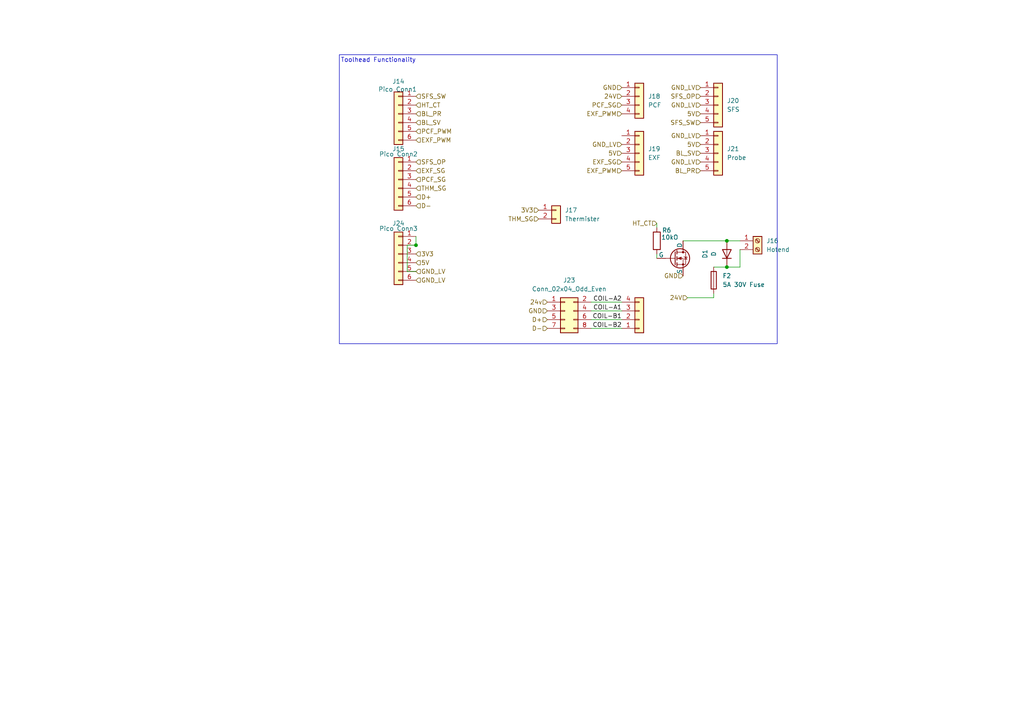
<source format=kicad_sch>
(kicad_sch (version 20250114) (generator "eeschema") (generator_version "9.0")
  (paper "A4")
  (lib_symbols
    (symbol "Connector:Screw_Terminal_01x02" (pin_names (offset 1.016) (hide yes))
      (property "Reference" "J" (at 0 2.54 0))
      (property "Value" "Screw_Terminal_01x02" (at 0 -5.08 0))
      (symbol "Screw_Terminal_01x02_1_1"
        (rectangle (start -1.27 1.27) (end 1.27 -3.81) (stroke (width 0.254)) (fill (type background)))
        (polyline (pts (xy -0.5334 0.3302) (xy 0.3302 -0.508)) (stroke (width 0.1524)))
        (polyline (pts (xy -0.5334 -2.2098) (xy 0.3302 -3.048)) (stroke (width 0.1524)))
        (polyline (pts (xy -0.3556 0.508) (xy 0.508 -0.3302)) (stroke (width 0.1524)))
        (polyline (pts (xy -0.3556 -2.032) (xy 0.508 -2.8702)) (stroke (width 0.1524)))
        (circle (center 0 0) (radius 0.635) (stroke (width 0.1524)))
        (circle (center 0 -2.54) (radius 0.635) (stroke (width 0.1524)))
        (pin passive line (at -5.08 0 0) (length 3.81) (name "Pin_1") (number "1"))
        (pin passive line (at -5.08 -2.54 0) (length 3.81) (name "Pin_2") (number "2"))
      )
    )
    (symbol "Connector_Generic:Conn_01x02" (pin_names (offset 1.016) (hide yes))
      (property "Reference" "J" (at 0 2.54 0))
      (property "Value" "Conn_01x02" (at 0 -5.08 0))
      (symbol "Conn_01x02_1_1"
        (rectangle (start -1.27 1.27) (end 1.27 -3.81) (stroke (width 0.254)) (fill (type background)))
        (rectangle (start -1.27 0.127) (end 0 -0.127) (stroke (width 0.1524)))
        (rectangle (start -1.27 -2.413) (end 0 -2.667) (stroke (width 0.1524)))
        (pin passive line (at -5.08 0 0) (length 3.81) (name "Pin_1") (number "1"))
        (pin passive line (at -5.08 -2.54 0) (length 3.81) (name "Pin_2") (number "2"))
      )
    )
    (symbol "Connector_Generic:Conn_01x04" (pin_names (offset 1.016) (hide yes))
      (property "Reference" "J" (at 0 5.08 0))
      (property "Value" "Conn_01x04" (at 0 -7.62 0))
      (symbol "Conn_01x04_1_1"
        (rectangle (start -1.27 3.81) (end 1.27 -6.35) (stroke (width 0.254)) (fill (type background)))
        (rectangle (start -1.27 2.667) (end 0 2.413) (stroke (width 0.1524)))
        (rectangle (start -1.27 0.127) (end 0 -0.127) (stroke (width 0.1524)))
        (rectangle (start -1.27 -2.413) (end 0 -2.667) (stroke (width 0.1524)))
        (rectangle (start -1.27 -4.953) (end 0 -5.207) (stroke (width 0.1524)))
        (pin passive line (at -5.08 2.54 0) (length 3.81) (name "Pin_1") (number "1"))
        (pin passive line (at -5.08 0 0) (length 3.81) (name "Pin_2") (number "2"))
        (pin passive line (at -5.08 -2.54 0) (length 3.81) (name "Pin_3") (number "3"))
        (pin passive line (at -5.08 -5.08 0) (length 3.81) (name "Pin_4") (number "4"))
      )
    )
    (symbol "Connector_Generic:Conn_01x05" (pin_names (offset 1.016) (hide yes))
      (property "Reference" "J" (at 0 7.62 0))
      (property "Value" "Conn_01x05" (at 0 -7.62 0))
      (symbol "Conn_01x05_1_1"
        (rectangle (start -1.27 6.35) (end 1.27 -6.35) (stroke (width 0.254)) (fill (type background)))
        (rectangle (start -1.27 5.207) (end 0 4.953) (stroke (width 0.1524)))
        (rectangle (start -1.27 2.667) (end 0 2.413) (stroke (width 0.1524)))
        (rectangle (start -1.27 0.127) (end 0 -0.127) (stroke (width 0.1524)))
        (rectangle (start -1.27 -2.413) (end 0 -2.667) (stroke (width 0.1524)))
        (rectangle (start -1.27 -4.953) (end 0 -5.207) (stroke (width 0.1524)))
        (pin passive line (at -5.08 5.08 0) (length 3.81) (name "Pin_1") (number "1"))
        (pin passive line (at -5.08 2.54 0) (length 3.81) (name "Pin_2") (number "2"))
        (pin passive line (at -5.08 0 0) (length 3.81) (name "Pin_3") (number "3"))
        (pin passive line (at -5.08 -2.54 0) (length 3.81) (name "Pin_4") (number "4"))
        (pin passive line (at -5.08 -5.08 0) (length 3.81) (name "Pin_5") (number "5"))
      )
    )
    (symbol "Connector_Generic:Conn_01x06" (pin_names (offset 1.016) (hide yes))
      (property "Reference" "J" (at 0 7.62 0))
      (property "Value" "Conn_01x06" (at 0 -10.16 0))
      (symbol "Conn_01x06_1_1"
        (rectangle (start -1.27 6.35) (end 1.27 -8.89) (stroke (width 0.254)) (fill (type background)))
        (rectangle (start -1.27 5.207) (end 0 4.953) (stroke (width 0.1524)))
        (rectangle (start -1.27 2.667) (end 0 2.413) (stroke (width 0.1524)))
        (rectangle (start -1.27 0.127) (end 0 -0.127) (stroke (width 0.1524)))
        (rectangle (start -1.27 -2.413) (end 0 -2.667) (stroke (width 0.1524)))
        (rectangle (start -1.27 -4.953) (end 0 -5.207) (stroke (width 0.1524)))
        (rectangle (start -1.27 -7.493) (end 0 -7.747) (stroke (width 0.1524)))
        (pin passive line (at -5.08 5.08 0) (length 3.81) (name "Pin_1") (number "1"))
        (pin passive line (at -5.08 2.54 0) (length 3.81) (name "Pin_2") (number "2"))
        (pin passive line (at -5.08 0 0) (length 3.81) (name "Pin_3") (number "3"))
        (pin passive line (at -5.08 -2.54 0) (length 3.81) (name "Pin_4") (number "4"))
        (pin passive line (at -5.08 -5.08 0) (length 3.81) (name "Pin_5") (number "5"))
        (pin passive line (at -5.08 -7.62 0) (length 3.81) (name "Pin_6") (number "6"))
      )
    )
    (symbol "Connector_Generic:Conn_02x04_Odd_Even" (pin_names (offset 1.016) (hide yes))
      (property "Reference" "J" (at 1.27 5.08 0))
      (property "Value" "Conn_02x04_Odd_Even" (at 1.27 -7.62 0))
      (symbol "Conn_02x04_Odd_Even_1_1"
        (rectangle (start -1.27 3.81) (end 3.81 -6.35) (stroke (width 0.254)) (fill (type background)))
        (rectangle (start -1.27 2.667) (end 0 2.413) (stroke (width 0.1524)))
        (rectangle (start -1.27 0.127) (end 0 -0.127) (stroke (width 0.1524)))
        (rectangle (start -1.27 -2.413) (end 0 -2.667) (stroke (width 0.1524)))
        (rectangle (start -1.27 -4.953) (end 0 -5.207) (stroke (width 0.1524)))
        (rectangle (start 3.81 2.667) (end 2.54 2.413) (stroke (width 0.1524)))
        (rectangle (start 3.81 0.127) (end 2.54 -0.127) (stroke (width 0.1524)))
        (rectangle (start 3.81 -2.413) (end 2.54 -2.667) (stroke (width 0.1524)))
        (rectangle (start 3.81 -4.953) (end 2.54 -5.207) (stroke (width 0.1524)))
        (pin passive line (at -5.08 2.54 0) (length 3.81) (name "Pin_1") (number "1"))
        (pin passive line (at -5.08 0 0) (length 3.81) (name "Pin_3") (number "3"))
        (pin passive line (at -5.08 -2.54 0) (length 3.81) (name "Pin_5") (number "5"))
        (pin passive line (at -5.08 -5.08 0) (length 3.81) (name "Pin_7") (number "7"))
        (pin passive line (at 7.62 2.54 180) (length 3.81) (name "Pin_2") (number "2"))
        (pin passive line (at 7.62 0 180) (length 3.81) (name "Pin_4") (number "4"))
        (pin passive line (at 7.62 -2.54 180) (length 3.81) (name "Pin_6") (number "6"))
        (pin passive line (at 7.62 -5.08 180) (length 3.81) (name "Pin_8") (number "8"))
      )
    )
    (symbol "Device:D" (pin_numbers (hide yes)) (pin_names (offset 1.016) (hide yes))
      (property "Reference" "D" (at 0 2.54 0))
      (property "Value" "D" (at 0 -2.54 0))
      (symbol "D_0_1"
        (polyline (pts (xy -1.27 1.27) (xy -1.27 -1.27)) (stroke (width 0.254)))
        (polyline (pts (xy 1.27 1.27) (xy 1.27 -1.27) (xy -1.27 0) (xy 1.27 1.27)) (stroke (width 0.254)))
        (polyline (pts (xy 1.27 0) (xy -1.27 0)))
      )
      (symbol "D_1_1"
        (pin passive line (at -3.81 0 0) (length 2.54) (name "K") (number "1"))
        (pin passive line (at 3.81 0 180) (length 2.54) (name "A") (number "2"))
      )
    )
    (symbol "Device:Fuse" (pin_numbers (hide yes)) (pin_names (offset 0))
      (property "Reference" "F" (at 2.032 0 90))
      (property "Value" "Fuse" (at -1.905 0 90))
      (symbol "Fuse_0_1"
        (rectangle (start -0.762 -2.54) (end 0.762 2.54) (stroke (width 0.254)))
        (polyline (pts (xy 0 2.54) (xy 0 -2.54)))
      )
      (symbol "Fuse_1_1"
        (pin passive line (at 0 3.81 270) (length 1.27) (name "~") (number "1"))
        (pin passive line (at 0 -3.81 90) (length 1.27) (name "~") (number "2"))
      )
    )
    (symbol "Device:R" (pin_numbers (hide yes)) (pin_names (offset 0))
      (property "Reference" "R" (at 2.032 0 90))
      (property "Value" "R" (at 0 0 90))
      (symbol "R_0_1"
        (rectangle (start -1.016 -2.54) (end 1.016 2.54) (stroke (width 0.254)))
      )
      (symbol "R_1_1"
        (pin passive line (at 0 3.81 270) (length 1.27) (name "~") (number "1"))
        (pin passive line (at 0 -3.81 90) (length 1.27) (name "~") (number "2"))
      )
    )
    (symbol "Simulation_SPICE:NMOS" (pin_numbers (hide yes)) (pin_names (offset 0))
      (property "Reference" "Q" (at 5.08 1.27 0))
      (property "Value" "NMOS" (at 5.08 -1.27 0))
      (symbol "NMOS_0_1"
        (polyline (pts (xy 0.254 1.905) (xy 0.254 -1.905)) (stroke (width 0.254)))
        (polyline (pts (xy 0.254 0) (xy -2.54 0)))
        (polyline (pts (xy 0.762 2.286) (xy 0.762 1.27)) (stroke (width 0.254)))
        (polyline (pts (xy 0.762 0.508) (xy 0.762 -0.508)) (stroke (width 0.254)))
        (polyline (pts (xy 0.762 -1.27) (xy 0.762 -2.286)) (stroke (width 0.254)))
        (polyline (pts (xy 0.762 -1.778) (xy 3.302 -1.778) (xy 3.302 1.778) (xy 0.762 1.778)))
        (polyline (pts (xy 1.016 0) (xy 2.032 0.381) (xy 2.032 -0.381) (xy 1.016 0)) (fill (type outline)))
        (circle (center 1.651 0) (radius 2.794) (stroke (width 0.254)))
        (polyline (pts (xy 2.54 2.54) (xy 2.54 1.778)))
        (circle (center 2.54 1.778) (radius 0.254) (fill (type outline)))
        (circle (center 2.54 -1.778) (radius 0.254) (fill (type outline)))
        (polyline (pts (xy 2.54 -2.54) (xy 2.54 0) (xy 0.762 0)))
        (polyline (pts (xy 2.794 0.508) (xy 2.921 0.381) (xy 3.683 0.381) (xy 3.81 0.254)))
        (polyline (pts (xy 3.302 0.381) (xy 2.921 -0.254) (xy 3.683 -0.254) (xy 3.302 0.381)))
      )
      (symbol "NMOS_1_1"
        (pin input line (at -5.08 0 0) (length 2.54) (name "G") (number "2"))
        (pin passive line (at 2.54 5.08 270) (length 2.54) (name "D") (number "1"))
        (pin passive line (at 2.54 -5.08 90) (length 2.54) (name "S") (number "3"))
      )
    )
  )
  (rectangle (start 98.425 15.875) (end 225.425 99.695))
  (text "Toolhead Functionality\n" (at 109.728 17.526 0) (effects (font (size 1.27 1.27))))
  (junction (at 210.82 69.85))
  (junction (at 210.82 77.47))
  (junction (at 120.65 71.12))
  (wire (pts (xy 210.82 77.47) (xy 214.63 77.47)))
  (wire (pts (xy 214.63 77.47) (xy 214.63 72.39)))
  (wire (pts (xy 171.45 87.63) (xy 180.34 87.63)))
  (wire (pts (xy 171.45 92.71) (xy 180.34 92.71)))
  (wire (pts (xy 120.65 68.58) (xy 120.65 71.12)))
  (wire (pts (xy 118.11 71.12) (xy 120.65 71.12)))
  (wire (pts (xy 171.45 95.25) (xy 180.34 95.25)))
  (wire (pts (xy 118.11 78.74) (xy 118.11 71.12)))
  (wire (pts (xy 207.01 86.36) (xy 207.01 85.09)))
  (wire (pts (xy 199.39 86.36) (xy 207.01 86.36)))
  (wire (pts (xy 198.12 69.85) (xy 210.82 69.85)))
  (wire (pts (xy 210.82 69.85) (xy 214.63 69.85)))
  (wire (pts (xy 190.5 73.66) (xy 190.5 74.93)))
  (wire (pts (xy 171.45 90.17) (xy 180.34 90.17)))
  (wire (pts (xy 190.5 66.04) (xy 190.5 64.77)))
  (wire (pts (xy 207.01 77.47) (xy 210.82 77.47)))
  (wire (pts (xy 120.65 78.74) (xy 118.11 78.74)))
  (label "COIL-B2" (at 180.34 95.25 180))
  (label "COIL-B1" (at 180.34 92.71 180))
  (label "COIL-A2" (at 180.34 87.63 180))
  (label "COIL-A1" (at 180.34 90.17 180))
  (hierarchical_label "SFS_SW" (shape input) (at 120.65 27.94 0))
  (hierarchical_label "5V" (shape input) (at 203.2 33.02 180))
  (hierarchical_label "GND" (shape input) (at 158.75 90.17 180))
  (hierarchical_label "24V" (shape input) (at 180.34 27.94 180))
  (hierarchical_label "HT_CT" (shape input) (at 120.65 30.48 0))
  (hierarchical_label "D-" (shape input) (at 120.65 59.69 0))
  (hierarchical_label "BL_PR" (shape input) (at 120.65 33.02 0))
  (hierarchical_label "BL_PR" (shape input) (at 203.2 49.53 180))
  (hierarchical_label "PCF_SG" (shape input) (at 180.34 30.48 180))
  (hierarchical_label "PCF_PWM" (shape input) (at 120.65 38.1 0))
  (hierarchical_label "3V3" (shape input) (at 156.21 60.96 180))
  (hierarchical_label "EXF_PWM" (shape input) (at 120.65 40.64 0))
  (hierarchical_label "D+" (shape input) (at 120.65 57.15 0))
  (hierarchical_label "GND_LV" (shape input) (at 203.2 30.48 180))
  (hierarchical_label "5V" (shape input) (at 203.2 41.91 180))
  (hierarchical_label "D-" (shape input) (at 158.75 95.25 180))
  (hierarchical_label "EXF_PWM" (shape input) (at 180.34 49.53 180))
  (hierarchical_label "THM_SG" (shape input) (at 120.65 54.61 0))
  (hierarchical_label "EXF_PWM" (shape input) (at 180.34 33.02 180))
  (hierarchical_label "BL_SV" (shape input) (at 203.2 44.45 180))
  (hierarchical_label "GND_LV" (shape input) (at 203.2 25.4 180))
  (hierarchical_label "GND_LV" (shape input) (at 120.65 81.28 0))
  (hierarchical_label "HT_CT" (shape input) (at 190.5 64.77 180))
  (hierarchical_label "SFS_OP" (shape input) (at 120.65 46.99 0))
  (hierarchical_label "GND" (shape input) (at 180.34 25.4 180))
  (hierarchical_label "BL_SV" (shape input) (at 120.65 35.56 0))
  (hierarchical_label "SFS_OP" (shape input) (at 203.2 27.94 180))
  (hierarchical_label "GND_LV" (shape input) (at 203.2 46.99 180))
  (hierarchical_label "24v" (shape input) (at 158.75 87.63 180))
  (hierarchical_label "D+" (shape input) (at 158.75 92.71 180))
  (hierarchical_label "PCF_SG" (shape input) (at 120.65 52.07 0))
  (hierarchical_label "5V" (shape input) (at 120.65 76.2 0))
  (hierarchical_label "EXF_SG" (shape input) (at 120.65 49.53 0))
  (hierarchical_label "24V" (shape input) (at 199.39 86.36 180))
  (hierarchical_label "GND" (shape input) (at 198.12 80.01 180))
  (hierarchical_label "SFS_SW" (shape input) (at 203.2 35.56 180))
  (hierarchical_label "GND_LV" (shape input) (at 203.2 39.37 180))
  (hierarchical_label "5V" (shape input) (at 180.34 44.45 180))
  (hierarchical_label "3V3" (shape input) (at 120.65 73.66 0))
  (hierarchical_label "GND_LV" (shape input) (at 120.65 78.74 0))
  (hierarchical_label "THM_SG" (shape input) (at 156.21 63.5 180))
  (hierarchical_label "GND_LV" (shape input) (at 180.34 41.91 180))
  (hierarchical_label "EXF_SG" (shape input) (at 180.34 46.99 180))
  (symbol (lib_id "Connector_Generic:Conn_01x04") (at 185.42 27.94 0) (unit 1)
    (property "Reference" "J18" (at 187.96 27.9399 0) (effects (justify left)))
    (property "Value" "PCF" (at 187.96 30.4799 0) (effects (justify left)))
    (property "Footprint" "Connector_JST:JST_XH_B4B-XH-AM_1x04_P2.50mm_Vertical" (effects (hide yes)))
    (property "Description" "Generic connector, single row, 01x04, script generated (kicad-library-utils/schlib/autogen/connector/)" (effects (hide yes)))
  )
  (symbol (lib_id "Connector:Screw_Terminal_01x02") (at 219.71 69.85 0) (unit 1)
    (property "Reference" "J16" (at 222.25 69.8499 0) (effects (justify left)))
    (property "Value" "Hotend" (at 222.25 72.3899 0) (effects (justify left)))
    (property "Footprint" "Connector_JST:JST_XH_B2B-XH-AM_1x02_P2.50mm_Vertical" (effects (hide yes)))
    (property "Description" "Generic screw terminal, single row, 01x02, script generated (kicad-library-utils/schlib/autogen/connector/)" (effects (hide yes)))
  )
  (symbol (lib_id "Device:R") (at 190.5 69.85 0) (unit 1)
    (property "Reference" "R6" (at 192.024 66.802 0) (effects (justify left)))
    (property "Value" "10kO" (at 191.77 68.834 0) (effects (justify left)))
    (property "Footprint" "Resistor_THT:R_Axial_DIN0207_L6.3mm_D2.5mm_P10.16mm_Horizontal" (effects (hide yes)))
    (property "Description" "Resistor" (effects (hide yes)))
  )
  (symbol (lib_id "Connector_Generic:Conn_01x06") (at 115.57 73.66 0) (mirror y) (unit 1)
    (property "Reference" "J24" (at 115.57 64.77 0))
    (property "Value" "Pico Conn3" (at 115.57 66.294 0))
    (property "Footprint" "Connector_PinHeader_2.54mm:PinHeader_1x06_P2.54mm_Vertical" (effects (hide yes)))
    (property "Description" "Generic connector, single row, 01x06, script generated (kicad-library-utils/schlib/autogen/connector/)" (effects (hide yes)))
  )
  (symbol (lib_id "Connector_Generic:Conn_02x04_Odd_Even") (at 163.83 90.17 0) (unit 1)
    (property "Reference" "J23" (at 165.1 81.28 0))
    (property "Value" "Conn_02x04_Odd_Even" (at 165.1 83.82 0))
    (property "Footprint" "Connector_Molex:Molex_Micro-Fit_3.0_43045-0818_2x04-1MP_P3.00mm_Vertical" (effects (hide yes)))
    (property "Description" "Generic connector, double row, 02x04, odd/even pin numbering scheme (row 1 odd numbers, row 2 even numbers), script generated (kicad-library-utils/schlib/autogen/connector/)" (effects (hide yes)))
  )
  (symbol (lib_id "Connector_Generic:Conn_01x05") (at 208.28 30.48 0) (unit 1)
    (property "Reference" "J20" (at 210.82 29.2099 0) (effects (justify left)))
    (property "Value" "SFS" (at 210.82 31.7499 0) (effects (justify left)))
    (property "Footprint" "Connector_PinHeader_2.54mm:PinHeader_1x05_P2.54mm_Vertical" (effects (hide yes)))
    (property "Description" "Generic connector, single row, 01x05, script generated (kicad-library-utils/schlib/autogen/connector/)" (effects (hide yes)))
  )
  (symbol (lib_id "Connector_Generic:Conn_01x04") (at 185.42 92.71 0) (mirror x) (unit 1)
    (property "Reference" "ExtruderMotor1" (effects (hide yes)))
    (property "Value" "Conn_01x04" (effects (hide yes)))
    (property "Footprint" "Connector_JST:JST_XH_B4B-XH-AM_1x04_P2.50mm_Vertical" (effects (hide yes)))
  )
  (symbol (lib_id "Device:D") (at 210.82 73.66 90) (unit 1)
    (property "Reference" "D1" (at 204.47 73.66 0))
    (property "Value" "D" (at 207.01 73.66 0))
    (property "Description" "Diode" (effects (hide yes)))
    (property "Sim.Device" "D" (effects (hide yes)))
    (property "Sim.Pins" "1=K 2=A" (effects (hide yes)))
  )
  (symbol (lib_id "Connector_Generic:Conn_01x05") (at 185.42 44.45 0) (unit 1)
    (property "Reference" "J19" (at 187.96 43.1799 0) (effects (justify left)))
    (property "Value" "EXF" (at 187.96 45.7199 0) (effects (justify left)))
    (property "Footprint" "Connector_JST:JST_XH_B5B-XH-AM_1x05_P2.50mm_Vertical" (effects (hide yes)))
    (property "Description" "Generic connector, single row, 01x05, script generated (kicad-library-utils/schlib/autogen/connector/)" (effects (hide yes)))
  )
  (symbol (lib_id "Connector_Generic:Conn_01x06") (at 115.57 52.07 0) (mirror y) (unit 1)
    (property "Reference" "J15" (at 115.57 43.18 0))
    (property "Value" "Pico Conn2" (at 115.57 44.704 0))
    (property "Footprint" "Connector_PinHeader_2.54mm:PinHeader_1x06_P2.54mm_Vertical" (effects (hide yes)))
    (property "Description" "Generic connector, single row, 01x06, script generated (kicad-library-utils/schlib/autogen/connector/)" (effects (hide yes)))
  )
  (symbol (lib_id "Connector_Generic:Conn_01x02") (at 161.29 60.96 0) (unit 1)
    (property "Reference" "J17" (at 163.83 60.9599 0) (effects (justify left)))
    (property "Value" "Thermister" (at 163.83 63.4999 0) (effects (justify left)))
    (property "Footprint" "Connector_JST:JST_XH_B2B-XH-AM_1x02_P2.50mm_Vertical" (effects (hide yes)))
    (property "Description" "Generic connector, single row, 01x02, script generated (kicad-library-utils/schlib/autogen/connector/)" (effects (hide yes)))
  )
  (symbol (lib_id "Connector_Generic:Conn_01x05") (at 208.28 44.45 0) (unit 1)
    (property "Reference" "J21" (at 210.82 43.1799 0) (effects (justify left)))
    (property "Value" "Probe" (at 210.82 45.7199 0) (effects (justify left)))
    (property "Footprint" "Connector_PinHeader_2.54mm:PinHeader_1x05_P2.54mm_Vertical" (effects (hide yes)))
    (property "Description" "Generic connector, single row, 01x05, script generated (kicad-library-utils/schlib/autogen/connector/)" (effects (hide yes)))
  )
  (symbol (lib_id "Device:Fuse") (at 207.01 81.28 0) (unit 1)
    (property "Reference" "F2" (at 209.55 80.0099 0) (effects (justify left)))
    (property "Value" "5A 30V Fuse" (at 209.55 82.5499 0) (effects (justify left)))
    (property "Description" "Fuse" (effects (hide yes)))
  )
  (symbol (lib_id "Connector_Generic:Conn_01x06") (at 115.57 33.02 0) (mirror y) (unit 1)
    (property "Reference" "J14" (at 115.57 23.622 0))
    (property "Value" "Pico Conn1" (at 115.316 25.908 0))
    (property "Footprint" "Connector_PinHeader_2.54mm:PinHeader_1x06_P2.54mm_Vertical" (effects (hide yes)))
    (property "Description" "Generic connector, single row, 01x06, script generated (kicad-library-utils/schlib/autogen/connector/)" (effects (hide yes)))
  )
  (symbol (lib_id "Simulation_SPICE:NMOS") (at 195.58 74.93 0) (unit 1)
    (property "Reference" "Q1" (effects (hide yes)))
    (property "Value" "NMOS" (effects (hide yes)))
    (property "Datasheet" "https://ngspice.sourceforge.io/docs/ngspice-html-manual/manual.xhtml#cha_MOSFETs" (effects (hide yes)))
    (property "Description" "N-MOSFET transistor, drain/source/gate" (effects (hide yes)))
    (property "Sim.Device" "NMOS" (effects (hide yes)))
    (property "Sim.Type" "VDMOS" (effects (hide yes)))
    (property "Sim.Pins" "1=D 2=G 3=S" (effects (hide yes)))
  )
)
</source>
